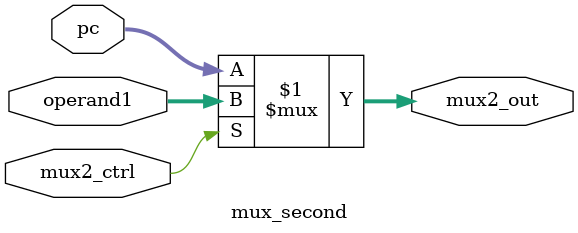
<source format=v>
`timescale 1ns / 1ps
module mux_second(mux2_ctrl, operand1, pc, mux2_out);
    input [31:0] operand1, pc; 
    input mux2_ctrl; 
    output [31:0] mux2_out;
    
    assign mux2_out = (mux2_ctrl ? operand1 : pc);
    
endmodule

</source>
